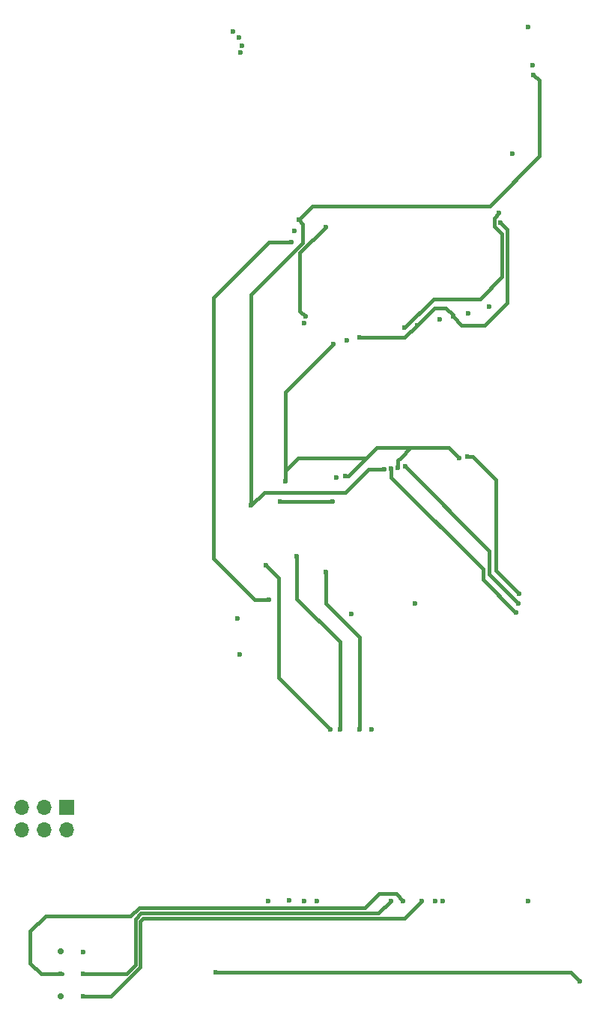
<source format=gbr>
%TF.GenerationSoftware,KiCad,Pcbnew,7.0.1-0*%
%TF.CreationDate,2024-04-28T15:41:34-04:00*%
%TF.ProjectId,OHS2024 Badge Release,4f485332-3032-4342-9042-616467652052,rev?*%
%TF.SameCoordinates,Original*%
%TF.FileFunction,Copper,L3,Inr*%
%TF.FilePolarity,Positive*%
%FSLAX46Y46*%
G04 Gerber Fmt 4.6, Leading zero omitted, Abs format (unit mm)*
G04 Created by KiCad (PCBNEW 7.0.1-0) date 2024-04-28 15:41:34*
%MOMM*%
%LPD*%
G01*
G04 APERTURE LIST*
%TA.AperFunction,ComponentPad*%
%ADD10R,1.700000X1.700000*%
%TD*%
%TA.AperFunction,ComponentPad*%
%ADD11O,1.700000X1.700000*%
%TD*%
%TA.AperFunction,ViaPad*%
%ADD12C,0.600000*%
%TD*%
%TA.AperFunction,ViaPad*%
%ADD13C,0.700000*%
%TD*%
%TA.AperFunction,Conductor*%
%ADD14C,0.381000*%
%TD*%
G04 APERTURE END LIST*
D10*
%TO.N,VBUS*%
%TO.C,J3*%
X57160000Y-128970000D03*
D11*
%TO.N,unconnected-(J3-Pin_2-Pad2)*%
X54620000Y-128970000D03*
%TO.N,/GPIO-06*%
X52080000Y-128970000D03*
%TO.N,/GPIO-05*%
X52080000Y-131510000D03*
%TO.N,unconnected-(J3-Pin_5-Pad5)*%
X54620000Y-131510000D03*
%TO.N,Earth*%
X57160000Y-131510000D03*
%TD*%
D12*
%TO.N,+BATT*%
X115190000Y-148610000D03*
X74040000Y-147570000D03*
%TO.N,Earth*%
X83980000Y-139490000D03*
D13*
X56440000Y-145220000D03*
D12*
%TO.N,VBUS*%
X109310000Y-139500000D03*
X82340000Y-139450000D03*
X99690000Y-139500000D03*
D13*
X56460000Y-150300000D03*
D12*
%TO.N,Net-(D1-A)*%
X82520000Y-65120000D03*
X80000000Y-105500000D03*
%TO.N,/BLUE-1*%
X86470000Y-102370000D03*
X90260000Y-120140000D03*
%TO.N,Net-(D2-A)*%
X75950000Y-41330000D03*
X76420000Y-107640000D03*
%TO.N,Net-(D3-A)*%
X76750000Y-111670000D03*
X107500000Y-55071883D03*
%TO.N,Net-(D4-A)*%
X83980000Y-74280000D03*
X89310000Y-107110000D03*
%TO.N,Net-(D5-A)*%
X87630000Y-91720000D03*
X96500000Y-105900000D03*
%TO.N,Net-(D6-A)*%
X108000000Y-106900000D03*
X93808668Y-90664873D03*
%TO.N,Net-(D7-A)*%
X95393307Y-90454023D03*
X108200000Y-105900000D03*
%TO.N,Net-(D8-A)*%
X102462066Y-89316030D03*
X102510442Y-73110139D03*
X108300000Y-104800000D03*
%TO.N,/MOSI*%
X56460000Y-147760000D03*
X95190000Y-139500000D03*
%TO.N,/MISO*%
X97280000Y-139500000D03*
X59000000Y-150300000D03*
%TO.N,/RESET*%
X59030000Y-145260000D03*
X91590000Y-120160000D03*
%TO.N,/GPIO-01*%
X83150000Y-100600000D03*
X88020000Y-120140000D03*
%TO.N,/GPIO-02*%
X79710000Y-101620000D03*
X86960000Y-120140000D03*
%TO.N,/CLK*%
X59000000Y-147760000D03*
X98830000Y-139490000D03*
X93780000Y-139500000D03*
%TO.N,/RK*%
X99310221Y-73854691D03*
X109947385Y-46198423D03*
X93015263Y-90763425D03*
X95335511Y-74785956D03*
X76793662Y-43695020D03*
X77984789Y-94855243D03*
X88851998Y-76218234D03*
X83370000Y-62600000D03*
X106032904Y-61817096D03*
%TO.N,/BK*%
X88678009Y-91507105D03*
X101547613Y-89492641D03*
X104884803Y-72389375D03*
X82930000Y-63820000D03*
X109310000Y-40760000D03*
X94603347Y-90577178D03*
X87310000Y-76611848D03*
X81874167Y-92130867D03*
X76660000Y-42020000D03*
%TO.N,/GK*%
X100805611Y-73503939D03*
X106170000Y-62930000D03*
X87175027Y-94389811D03*
X90259269Y-75887844D03*
X81280000Y-94420000D03*
X76990000Y-42920000D03*
X96770880Y-74470034D03*
X109782096Y-45107904D03*
X86441035Y-63388965D03*
X84146452Y-73498016D03*
%TO.N,/GPIO-05*%
X85410000Y-139490000D03*
X79970000Y-139480000D03*
%TD*%
D14*
%TO.N,+BATT*%
X114150000Y-147570000D02*
X74040000Y-147570000D01*
X115190000Y-148610000D02*
X114150000Y-147570000D01*
%TO.N,Net-(D1-A)*%
X80020000Y-65120000D02*
X82520000Y-65120000D01*
X73760000Y-71380000D02*
X80020000Y-65120000D01*
X80000000Y-105500000D02*
X78425715Y-105500000D01*
X78425715Y-105500000D02*
X73760000Y-100834285D01*
X73760000Y-100834285D02*
X73760000Y-71380000D01*
%TO.N,/BLUE-1*%
X90260000Y-120140000D02*
X90290000Y-120110000D01*
X90290000Y-120110000D02*
X90290000Y-109690000D01*
X90290000Y-109690000D02*
X86470000Y-105870000D01*
X86470000Y-105870000D02*
X86470000Y-102370000D01*
%TO.N,Net-(D6-A)*%
X104200000Y-102037998D02*
X93808668Y-91646666D01*
X107900000Y-106900000D02*
X104200000Y-103200000D01*
X108000000Y-106900000D02*
X107900000Y-106900000D01*
X93808668Y-91646666D02*
X93808668Y-90664873D01*
X104200000Y-103200000D02*
X104200000Y-102037998D01*
%TO.N,Net-(D7-A)*%
X104900000Y-99960716D02*
X95393307Y-90454023D01*
X108200000Y-105900000D02*
X104900000Y-102600000D01*
X104900000Y-102600000D02*
X104900000Y-99960716D01*
%TO.N,Net-(D8-A)*%
X105700000Y-102200000D02*
X108300000Y-104800000D01*
X103056030Y-89316030D02*
X105700000Y-91960000D01*
X105700000Y-91960000D02*
X105700000Y-102200000D01*
X102462066Y-89316030D02*
X103056030Y-89316030D01*
%TO.N,/MOSI*%
X92490000Y-138680000D02*
X90892000Y-140278000D01*
X55200000Y-147760000D02*
X56670000Y-147760000D01*
X64396684Y-141220000D02*
X54750000Y-141220000D01*
X54290000Y-147760000D02*
X55200000Y-147760000D01*
X54750000Y-141220000D02*
X53040000Y-142930000D01*
X95190000Y-139500000D02*
X94370000Y-138680000D01*
X65338684Y-140278000D02*
X64396684Y-141220000D01*
X55200000Y-147760000D02*
X56460000Y-147760000D01*
X94370000Y-138680000D02*
X92490000Y-138680000D01*
X90892000Y-140278000D02*
X65338684Y-140278000D01*
X53040000Y-146510000D02*
X54290000Y-147760000D01*
X53040000Y-142930000D02*
X53040000Y-146510000D01*
%TO.N,/MISO*%
X97280000Y-139500000D02*
X95340000Y-141440000D01*
X65820000Y-141440000D02*
X65490000Y-141770000D01*
X95340000Y-141440000D02*
X65820000Y-141440000D01*
X65490000Y-141770000D02*
X65490000Y-146990000D01*
X62180000Y-150300000D02*
X59000000Y-150300000D01*
X65490000Y-146990000D02*
X62180000Y-150300000D01*
%TO.N,/GPIO-01*%
X88020000Y-110230000D02*
X83150000Y-105360000D01*
X88020000Y-120140000D02*
X88020000Y-110230000D01*
X83150000Y-105360000D02*
X83150000Y-100600000D01*
%TO.N,/GPIO-02*%
X86960000Y-120140000D02*
X81140000Y-114320000D01*
X81140000Y-103050000D02*
X79710000Y-101620000D01*
X81140000Y-114320000D02*
X81140000Y-103050000D01*
%TO.N,/CLK*%
X93780000Y-139500000D02*
X92421000Y-140859000D01*
X92421000Y-140859000D02*
X65579342Y-140859000D01*
X65579342Y-140859000D02*
X64909000Y-141529342D01*
X64909000Y-141529342D02*
X64909000Y-146749342D01*
X64909000Y-146749342D02*
X63898342Y-147760000D01*
X63898342Y-147760000D02*
X59000000Y-147760000D01*
%TO.N,/RK*%
X110600000Y-46851038D02*
X110600000Y-55390000D01*
X83820000Y-65188342D02*
X83820000Y-63050000D01*
X109947385Y-46198423D02*
X110600000Y-46851038D01*
X79490032Y-93350000D02*
X88660000Y-93350000D01*
X98611467Y-71510000D02*
X95335511Y-74785956D01*
X106032904Y-61817096D02*
X105479500Y-62370500D01*
X106339000Y-69031000D02*
X103860000Y-71510000D01*
X77984789Y-94855243D02*
X77984789Y-71023553D01*
X88660000Y-93350000D02*
X91246575Y-90763425D01*
X105479500Y-62370500D02*
X105479500Y-63309500D01*
X83820000Y-63050000D02*
X83370000Y-62600000D01*
X104970000Y-61020000D02*
X84950000Y-61020000D01*
X103860000Y-71510000D02*
X98611467Y-71510000D01*
X84950000Y-61020000D02*
X83370000Y-62600000D01*
X110600000Y-55390000D02*
X104970000Y-61020000D01*
X77984789Y-71023553D02*
X83820000Y-65188342D01*
X106339000Y-64169000D02*
X106339000Y-69031000D01*
X77984789Y-94855243D02*
X79490032Y-93350000D01*
X105479500Y-63309500D02*
X106339000Y-64169000D01*
X91246575Y-90763425D02*
X93015263Y-90763425D01*
%TO.N,/BK*%
X88962895Y-91507105D02*
X91010000Y-89460000D01*
X91030000Y-89460000D02*
X92170000Y-88320000D01*
X94890616Y-89449384D02*
X94900616Y-89449384D01*
X81874167Y-92130867D02*
X81848351Y-92105051D01*
X81874167Y-92130867D02*
X81874167Y-90905833D01*
X100374972Y-88320000D02*
X96030000Y-88320000D01*
X94603347Y-90577178D02*
X94603347Y-89736653D01*
X91010000Y-89460000D02*
X91030000Y-89460000D01*
X88678009Y-91507105D02*
X88962895Y-91507105D01*
X81874167Y-90905833D02*
X83320000Y-89460000D01*
X94603347Y-89736653D02*
X94890616Y-89449384D01*
X92170000Y-88320000D02*
X96030000Y-88320000D01*
X81848351Y-82073497D02*
X87310000Y-76611848D01*
X83320000Y-89460000D02*
X91030000Y-89460000D01*
X101547613Y-89492641D02*
X100374972Y-88320000D01*
X81848351Y-92105051D02*
X81848351Y-82073497D01*
X94900616Y-89449384D02*
X96030000Y-88320000D01*
%TO.N,/GK*%
X87175027Y-94389811D02*
X87144838Y-94420000D01*
X83520000Y-66310000D02*
X83520000Y-72871564D01*
X106920000Y-63680000D02*
X106920000Y-71980000D01*
X100805611Y-73285611D02*
X100805611Y-73503939D01*
X106920000Y-71980000D02*
X104440000Y-74460000D01*
X96770880Y-74470034D02*
X98730914Y-72510000D01*
X86441035Y-63388965D02*
X83520000Y-66310000D01*
X98730914Y-72510000D02*
X100030000Y-72510000D01*
X95353070Y-75887844D02*
X96770880Y-74470034D01*
X83520000Y-72871564D02*
X84146452Y-73498016D01*
X106170000Y-62930000D02*
X106920000Y-63680000D01*
X101761672Y-74460000D02*
X100805611Y-73503939D01*
X87144838Y-94420000D02*
X81280000Y-94420000D01*
X90259269Y-75887844D02*
X95353070Y-75887844D01*
X100030000Y-72510000D02*
X100805611Y-73285611D01*
X104440000Y-74460000D02*
X101761672Y-74460000D01*
%TD*%
M02*

</source>
